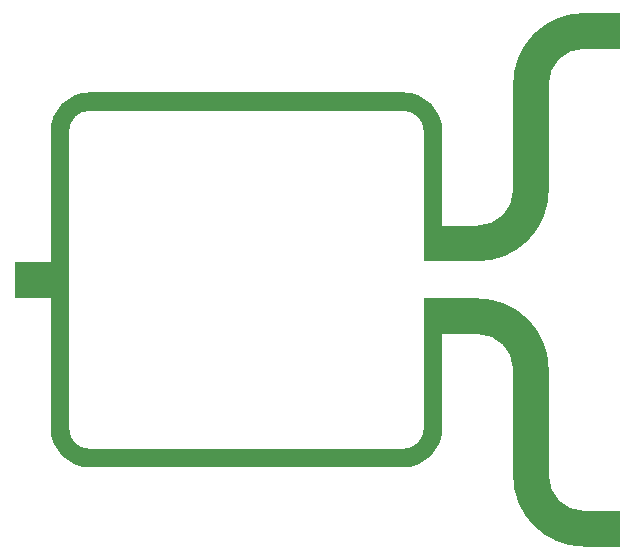
<source format=gtl>
G04 Layer: TopLayer*
G04 EasyEDA Pro v2.1.30.c6721c40.b3cfa9, 2023-12-21 20:12:35*
G04 Gerber Generator version 0.3*
G04 Scale: 100 percent, Rotated: No, Reflected: No*
G04 Dimensions in millimeters*
G04 Leading zeros omitted, absolute positions, 3 integers and 3 decimals*
%FSLAX33Y33*%
%MOMM*%
%ADD10C,0.254*%
G75*


G04 PolygonModel Start*
G36*
G01X45181Y16581D02*
G02X48172Y19571I2990J0D01*
G01X51172D01*
G01Y22591D01*
G01X48172D01*
G03X42162Y16581I0J-6010D01*
G01Y7581D01*
G02X39172Y4591I-2990J0D01*
G01X36172D01*
G01Y12591D01*
G03X32886Y15876I-3286J0D01*
G01X6286D01*
G03X3000Y12591I0J-3286D01*
G01Y1510D01*
G01X0D01*
G01Y-1510D01*
G01X3000D01*
G01Y-12591D01*
G03X6286Y-15876I3286J0D01*
G01X32886D01*
G03X36172Y-12591I0J3286D01*
G01Y-4591D01*
G01X39172D01*
G02X42162Y-7581I0J-2990D01*
G01Y-16581D01*
G03X48172Y-22591I6010J0D01*
G01X51172D01*
G01Y-19571D01*
G01X48172D01*
G02X45181Y-16581I0J2990D01*
G01Y-7581D01*
G03X39172Y-1571I-6010J0D01*
G01X34600D01*
G01Y-12591D01*
G02X32886Y-14305I-1714J0D01*
G01X6286D01*
G02X4571Y-12591I0J1714D01*
G01Y12591D01*
G02X6286Y14305I1714J0D01*
G01X32886D01*
G02X34600Y12591I0J-1714D01*
G01Y1571D01*
G01X39172D01*
G03X45181Y7581I0J6010D01*
G01Y16581D01*
G37*
G04 PolygonModel End*
G54D10*

M02*

</source>
